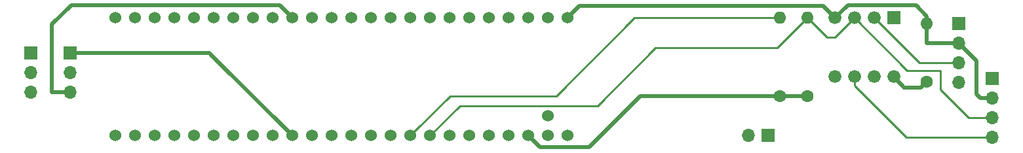
<source format=gbr>
G04 #@! TF.GenerationSoftware,KiCad,Pcbnew,(5.1.4)-1*
G04 #@! TF.CreationDate,2019-10-24T11:44:37+02:00*
G04 #@! TF.ProjectId,DNMS,444e4d53-2e6b-4696-9361-645f70636258,0.9.0*
G04 #@! TF.SameCoordinates,Original*
G04 #@! TF.FileFunction,Copper,L2,Bot*
G04 #@! TF.FilePolarity,Positive*
%FSLAX46Y46*%
G04 Gerber Fmt 4.6, Leading zero omitted, Abs format (unit mm)*
G04 Created by KiCad (PCBNEW (5.1.4)-1) date 2019-10-24 11:44:37*
%MOMM*%
%LPD*%
G04 APERTURE LIST*
%ADD10C,1.530000*%
%ADD11C,1.524000*%
%ADD12O,1.600000X1.600000*%
%ADD13C,1.600000*%
%ADD14O,1.700000X1.700000*%
%ADD15R,1.700000X1.700000*%
%ADD16R,1.676400X1.676400*%
%ADD17C,1.676400*%
%ADD18C,0.500000*%
%ADD19C,0.250000*%
G04 APERTURE END LIST*
D10*
X134092620Y-76708000D03*
X131552620Y-76708000D03*
X129012620Y-76708000D03*
X126472620Y-76708000D03*
X123932620Y-76708000D03*
X121392620Y-76708000D03*
X118852620Y-76708000D03*
X116312620Y-76708000D03*
X113772620Y-76708000D03*
X111232620Y-76708000D03*
X108692620Y-76708000D03*
X106152620Y-76708000D03*
X103612620Y-76708000D03*
X101072620Y-76708000D03*
X98532620Y-76708000D03*
X95992620Y-76708000D03*
X101072620Y-91948000D03*
X103612620Y-91948000D03*
X106152620Y-91948000D03*
X108692620Y-91948000D03*
X111232620Y-91948000D03*
X113772620Y-91948000D03*
X116312620Y-91948000D03*
X118852620Y-91948000D03*
X121392620Y-91948000D03*
X123932620Y-91948000D03*
X126472620Y-91948000D03*
X129012620Y-91948000D03*
X131552620Y-91948000D03*
X134092620Y-91948000D03*
X93452620Y-76708000D03*
X90912620Y-76708000D03*
X88372620Y-76708000D03*
X85832620Y-76708000D03*
X83292620Y-76708000D03*
X80752620Y-76708000D03*
X78212620Y-76708000D03*
X75672620Y-76708000D03*
X98532620Y-91948000D03*
X95992620Y-91948000D03*
X93452620Y-91948000D03*
X75672620Y-91948000D03*
X78212620Y-91948000D03*
X80752620Y-91948000D03*
X83292620Y-91948000D03*
X85832620Y-91948000D03*
X88372620Y-91948000D03*
X90912620Y-91948000D03*
D11*
X131552620Y-89408000D03*
D12*
X180517800Y-77437600D03*
D13*
X180517800Y-84937600D03*
D14*
X69850000Y-86360000D03*
X69850000Y-83820000D03*
D15*
X69850000Y-81280000D03*
D14*
X64770000Y-86360000D03*
X64770000Y-83820000D03*
D15*
X64770000Y-81280000D03*
D14*
X188976000Y-92202000D03*
X188976000Y-89662000D03*
X188976000Y-87122000D03*
D15*
X188976000Y-84582000D03*
D14*
X184658000Y-85090000D03*
X184658000Y-82550000D03*
X184658000Y-80010000D03*
D15*
X184658000Y-77470000D03*
D14*
X157480000Y-91948000D03*
D15*
X160020000Y-91948000D03*
D16*
X176276000Y-76708000D03*
D17*
X173736000Y-76708000D03*
X171196000Y-76708000D03*
X168656000Y-76708000D03*
X168656000Y-84328000D03*
X171196000Y-84328000D03*
X173736000Y-84328000D03*
X176276000Y-84328000D03*
D12*
X161544000Y-76708000D03*
D13*
X161544000Y-86868000D03*
D12*
X165100000Y-76708000D03*
D13*
X165100000Y-86868000D03*
D18*
X134092620Y-76708000D02*
X135616620Y-75184000D01*
X167132000Y-75184000D02*
X168656000Y-76708000D01*
X135616620Y-75184000D02*
X167132000Y-75184000D01*
X168656000Y-76708000D02*
X170302990Y-75061010D01*
D19*
X183482000Y-80010000D02*
X184912000Y-80010000D01*
D18*
X187452000Y-87122000D02*
X188976000Y-87122000D01*
X186944000Y-86614000D02*
X187452000Y-87122000D01*
X184658000Y-80010000D02*
X186944000Y-82296000D01*
X186944000Y-82296000D02*
X186944000Y-86614000D01*
D19*
X87864620Y-81280000D02*
X87963210Y-81378590D01*
D18*
X69850000Y-81280000D02*
X87864620Y-81280000D01*
X87963210Y-81378590D02*
X98532620Y-91948000D01*
D19*
X180590200Y-80010000D02*
X180517800Y-79937600D01*
D18*
X184658000Y-80010000D02*
X180590200Y-80010000D01*
X180517800Y-76462020D02*
X179116790Y-75061010D01*
X180517800Y-79937600D02*
X180517800Y-76462020D01*
X179116790Y-75061010D02*
X170302990Y-75061010D01*
X98532620Y-76708000D02*
X96885630Y-75061010D01*
D19*
X160412630Y-86868000D02*
X161544000Y-86868000D01*
D18*
X161544000Y-86868000D02*
X165100000Y-86868000D01*
X69850000Y-86360000D02*
X67462400Y-86360000D01*
D19*
X67462400Y-86360000D02*
X67487800Y-86334600D01*
D18*
X69972990Y-75061010D02*
X96885630Y-75061010D01*
X67487800Y-77546200D02*
X69972990Y-75061010D01*
X67487800Y-86334600D02*
X67487800Y-77546200D01*
X130536620Y-93472000D02*
X129012620Y-91948000D01*
X136906000Y-93472000D02*
X130536620Y-93472000D01*
X160793630Y-86868000D02*
X143510000Y-86868000D01*
X143510000Y-86868000D02*
X136906000Y-93472000D01*
X179717801Y-85737599D02*
X180517800Y-84937600D01*
X179717599Y-85737599D02*
X179717801Y-85737599D01*
X177546000Y-85725000D02*
X179578000Y-85725000D01*
X176149000Y-84328000D02*
X177419000Y-85598000D01*
D19*
X179578000Y-82550000D02*
X184912000Y-82550000D01*
X173736000Y-76708000D02*
X179578000Y-82550000D01*
X161544000Y-76708000D02*
X142748000Y-76708000D01*
X187773919Y-92202000D02*
X188976000Y-92202000D01*
X177884607Y-92202000D02*
X187773919Y-92202000D01*
X171196000Y-85513393D02*
X177884607Y-92202000D01*
X171196000Y-84328000D02*
X171196000Y-85513393D01*
X114537619Y-91183001D02*
X114556999Y-91183001D01*
X113772620Y-91948000D02*
X114537619Y-91183001D01*
X118935500Y-86804500D02*
X132651500Y-86804500D01*
X114556999Y-91183001D02*
X118935500Y-86804500D01*
X142748000Y-76708000D02*
X132651500Y-86804500D01*
X165100000Y-76708000D02*
X167640000Y-79248000D01*
X168656000Y-79248000D02*
X171196000Y-76708000D01*
X167640000Y-79248000D02*
X168656000Y-79248000D01*
X188976000Y-89662000D02*
X185928000Y-89662000D01*
X171196000Y-76708000D02*
X177977800Y-83489800D01*
X177977800Y-83489800D02*
X182270400Y-83489800D01*
X182270400Y-86004400D02*
X185928000Y-89662000D01*
X182270400Y-83489800D02*
X182270400Y-86004400D01*
X120180611Y-88080009D02*
X116312620Y-91948000D01*
X137979991Y-88080009D02*
X120180611Y-88080009D01*
X161226500Y-80581500D02*
X145478500Y-80581500D01*
X165100000Y-76708000D02*
X161226500Y-80581500D01*
X145478500Y-80581500D02*
X137979991Y-88080009D01*
M02*

</source>
